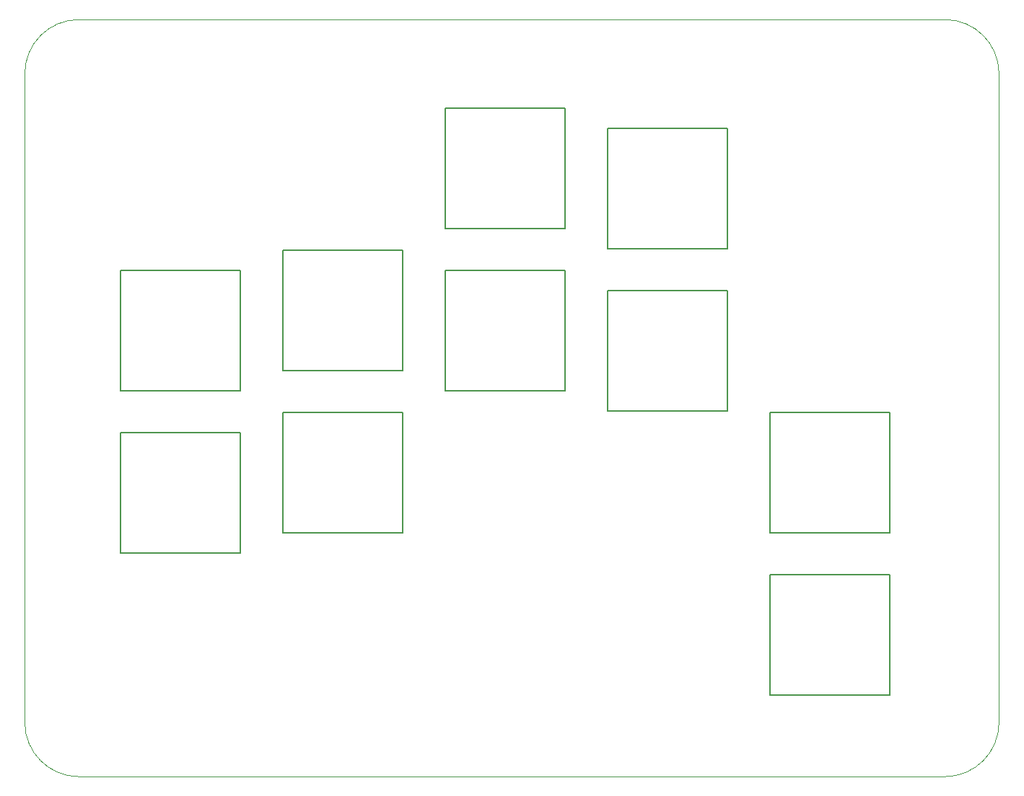
<source format=gbr>
%TF.GenerationSoftware,KiCad,Pcbnew,7.0.9*%
%TF.CreationDate,2023-11-18T23:11:48+09:00*%
%TF.ProjectId,Top,546f702e-6b69-4636-9164-5f7063625858,rev?*%
%TF.SameCoordinates,Original*%
%TF.FileFunction,Profile,NP*%
%FSLAX46Y46*%
G04 Gerber Fmt 4.6, Leading zero omitted, Abs format (unit mm)*
G04 Created by KiCad (PCBNEW 7.0.9) date 2023-11-18 23:11:48*
%MOMM*%
%LPD*%
G01*
G04 APERTURE LIST*
%TA.AperFunction,Profile*%
%ADD10C,0.100000*%
%TD*%
%TA.AperFunction,Profile*%
%ADD11C,0.150000*%
%TD*%
G04 APERTURE END LIST*
D10*
X127000000Y-107950000D02*
X127000000Y-184150000D01*
X12700000Y-184150000D02*
X12700000Y-107950000D01*
X19050000Y-101600000D02*
X120650000Y-101600000D01*
X120650000Y-190500000D02*
G75*
G03*
X127000000Y-184150000I0J6350000D01*
G01*
X120650000Y-190500000D02*
X19050000Y-190500000D01*
X19050000Y-101600000D02*
G75*
G03*
X12700000Y-107950000I0J-6350000D01*
G01*
X12700000Y-184150000D02*
G75*
G03*
X19050000Y-190500000I6350000J0D01*
G01*
X127000000Y-107950000D02*
G75*
G03*
X120650000Y-101600000I-6350000J0D01*
G01*
D11*
%TO.C,SW1*%
X23906250Y-145162500D02*
X23906250Y-131062500D01*
X38006250Y-145162500D02*
X23906250Y-145162500D01*
X23906250Y-131062500D02*
X38006250Y-131062500D01*
X38006250Y-131062500D02*
X38006250Y-145162500D01*
%TO.C,SW6*%
X62006250Y-131062500D02*
X76106250Y-131062500D01*
X62006250Y-145162500D02*
X62006250Y-131062500D01*
X76106250Y-131062500D02*
X76106250Y-145162500D01*
X76106250Y-145162500D02*
X62006250Y-145162500D01*
%TO.C,SW3*%
X42956250Y-128681250D02*
X57056250Y-128681250D01*
X42956250Y-142781250D02*
X42956250Y-128681250D01*
X57056250Y-128681250D02*
X57056250Y-142781250D01*
X57056250Y-142781250D02*
X42956250Y-142781250D01*
%TO.C,SW2*%
X23906250Y-150112500D02*
X38006250Y-150112500D01*
X23906250Y-164212500D02*
X23906250Y-150112500D01*
X38006250Y-150112500D02*
X38006250Y-164212500D01*
X38006250Y-164212500D02*
X23906250Y-164212500D01*
%TO.C,SW7*%
X81056250Y-114393750D02*
X95156250Y-114393750D01*
X81056250Y-128493750D02*
X81056250Y-114393750D01*
X95156250Y-114393750D02*
X95156250Y-128493750D01*
X95156250Y-128493750D02*
X81056250Y-128493750D01*
%TO.C,SW9*%
X100106250Y-147731250D02*
X114206250Y-147731250D01*
X100106250Y-161831250D02*
X100106250Y-147731250D01*
X114206250Y-147731250D02*
X114206250Y-161831250D01*
X114206250Y-161831250D02*
X100106250Y-161831250D01*
%TO.C,SW4*%
X42956250Y-147731250D02*
X57056250Y-147731250D01*
X42956250Y-161831250D02*
X42956250Y-147731250D01*
X57056250Y-147731250D02*
X57056250Y-161831250D01*
X57056250Y-161831250D02*
X42956250Y-161831250D01*
%TO.C,SW8*%
X81056250Y-133443750D02*
X95156250Y-133443750D01*
X81056250Y-147543750D02*
X81056250Y-133443750D01*
X95156250Y-133443750D02*
X95156250Y-147543750D01*
X95156250Y-147543750D02*
X81056250Y-147543750D01*
%TO.C,SW10*%
X100106250Y-166781250D02*
X114206250Y-166781250D01*
X100106250Y-180881250D02*
X100106250Y-166781250D01*
X114206250Y-166781250D02*
X114206250Y-180881250D01*
X114206250Y-180881250D02*
X100106250Y-180881250D01*
%TO.C,SW5*%
X62006250Y-112012500D02*
X76106250Y-112012500D01*
X62006250Y-126112500D02*
X62006250Y-112012500D01*
X76106250Y-112012500D02*
X76106250Y-126112500D01*
X76106250Y-126112500D02*
X62006250Y-126112500D01*
%TD*%
M02*

</source>
